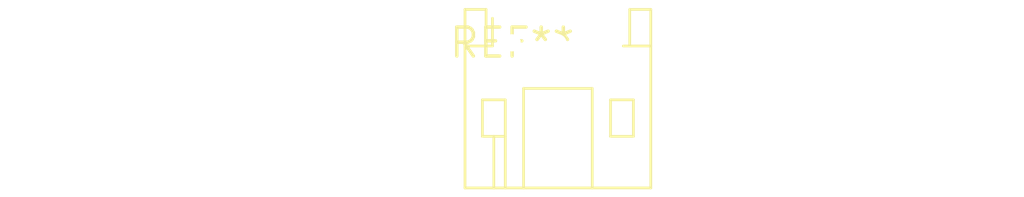
<source format=kicad_pcb>
(kicad_pcb (version 20240108) (generator pcbnew)
  (layers (0 "F.Cu" signal) (31 "B.Cu" signal) (34 "B.Paste" user) (35 "F.Paste" user) (36 "B.SilkS" user "B.Silkscreen") (37 "F.SilkS" user "F.Silkscreen") (38 "B.Mask" user) (39 "F.Mask" user) (44 "Edge.Cuts" user))
  (net 0 "")
  (footprint "JST_PH_S3B-PH-K_1x03_P2.00mm_Horizontal" (layer "F.Cu") (at 0 0)
    (property "Reference" "REF**")
    (property "Value" "JST_PH_S3B-PH-K_1x03_P2.00mm_Horizontal")
    (fp_line (start -2.06 -1.46) (end -2.06 6.36) (layer "F.SilkS") (stroke (width 0.12)))
    (fp_line (start -2.06 0.14) (end -1.14 0.14) (layer "F.SilkS") (stroke (width 0.12)))
    (fp_line (start -2.06 6.36) (end 6.06 6.36) (layer "F.SilkS") (stroke (width 0.12)))
    (fp_line (start -1.3 2.5) (end -1.3 4.1) (layer "F.SilkS") (stroke (width 0.12)))
    (fp_line (start -1.3 4.1) (end -0.3 4.1) (layer "F.SilkS") (stroke (width 0.12)))
    (fp_line (start -1.14 -1.46) (end -2.06 -1.46) (layer "F.SilkS") (stroke (width 0.12)))
    (fp_line (start -1.14 0.14) (end -1.14 -1.46) (layer "F.SilkS") (stroke (width 0.12)))
    (fp_line (start -0.86 0.14) (end -1.14 0.14) (layer "F.SilkS") (stroke (width 0.12)))
    (fp_line (start -0.86 0.14) (end -0.86 -1.075) (layer "F.SilkS") (stroke (width 0.12)))
    (fp_line (start -0.8 4.1) (end -0.8 6.36) (layer "F.SilkS") (stroke (width 0.12)))
    (fp_line (start -0.3 2.5) (end -1.3 2.5) (layer "F.SilkS") (stroke (width 0.12)))
    (fp_line (start -0.3 4.1) (end -0.3 2.5) (layer "F.SilkS") (stroke (width 0.12)))
    (fp_line (start -0.3 4.1) (end -0.3 6.36) (layer "F.SilkS") (stroke (width 0.12)))
    (fp_line (start 0.5 2) (end 3.5 2) (layer "F.SilkS") (stroke (width 0.12)))
    (fp_line (start 0.5 6.36) (end 0.5 2) (layer "F.SilkS") (stroke (width 0.12)))
    (fp_line (start 3.5 2) (end 3.5 6.36) (layer "F.SilkS") (stroke (width 0.12)))
    (fp_line (start 4.3 2.5) (end 5.3 2.5) (layer "F.SilkS") (stroke (width 0.12)))
    (fp_line (start 4.3 4.1) (end 4.3 2.5) (layer "F.SilkS") (stroke (width 0.12)))
    (fp_line (start 5.14 -1.46) (end 5.14 0.14) (layer "F.SilkS") (stroke (width 0.12)))
    (fp_line (start 5.14 0.14) (end 4.86 0.14) (layer "F.SilkS") (stroke (width 0.12)))
    (fp_line (start 5.3 2.5) (end 5.3 4.1) (layer "F.SilkS") (stroke (width 0.12)))
    (fp_line (start 5.3 4.1) (end 4.3 4.1) (layer "F.SilkS") (stroke (width 0.12)))
    (fp_line (start 6.06 -1.46) (end 5.14 -1.46) (layer "F.SilkS") (stroke (width 0.12)))
    (fp_line (start 6.06 0.14) (end 5.14 0.14) (layer "F.SilkS") (stroke (width 0.12)))
    (fp_line (start 6.06 6.36) (end 6.06 -1.46) (layer "F.SilkS") (stroke (width 0.12)))
    (pad "1" thru_hole roundrect (at 0 0) (size 1.2 1.75) (drill 0.75) (layers *.Cu *.Mask) (remove_unused_layers) (roundrect_rratio 0.208333))
    (pad "2" thru_hole oval (at 2 0) (size 1.2 1.75) (drill 0.75) (layers *.Cu *.Mask) (remove_unused_layers))
    (pad "3" thru_hole oval (at 4 0) (size 1.2 1.75) (drill 0.75) (layers *.Cu *.Mask) (remove_unused_layers))
  )
)
</source>
